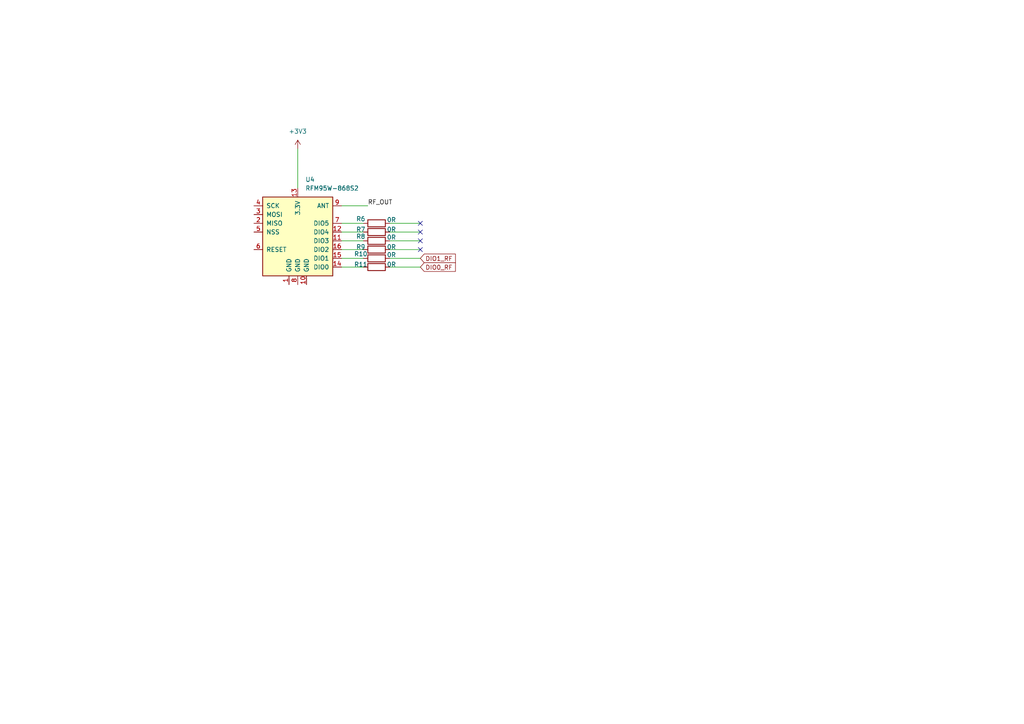
<source format=kicad_sch>
(kicad_sch
	(version 20231120)
	(generator "eeschema")
	(generator_version "8.0")
	(uuid "48d6b3b3-c810-477d-a59b-f2d2d36c2d05")
	(paper "A4")
	(lib_symbols
		(symbol "Device:R"
			(pin_numbers hide)
			(pin_names
				(offset 0)
			)
			(exclude_from_sim no)
			(in_bom yes)
			(on_board yes)
			(property "Reference" "R"
				(at 2.032 0 90)
				(effects
					(font
						(size 1.27 1.27)
					)
				)
			)
			(property "Value" "R"
				(at 0 0 90)
				(effects
					(font
						(size 1.27 1.27)
					)
				)
			)
			(property "Footprint" ""
				(at -1.778 0 90)
				(effects
					(font
						(size 1.27 1.27)
					)
					(hide yes)
				)
			)
			(property "Datasheet" "~"
				(at 0 0 0)
				(effects
					(font
						(size 1.27 1.27)
					)
					(hide yes)
				)
			)
			(property "Description" "Resistor"
				(at 0 0 0)
				(effects
					(font
						(size 1.27 1.27)
					)
					(hide yes)
				)
			)
			(property "ki_keywords" "R res resistor"
				(at 0 0 0)
				(effects
					(font
						(size 1.27 1.27)
					)
					(hide yes)
				)
			)
			(property "ki_fp_filters" "R_*"
				(at 0 0 0)
				(effects
					(font
						(size 1.27 1.27)
					)
					(hide yes)
				)
			)
			(symbol "R_0_1"
				(rectangle
					(start -1.016 -2.54)
					(end 1.016 2.54)
					(stroke
						(width 0.254)
						(type default)
					)
					(fill
						(type none)
					)
				)
			)
			(symbol "R_1_1"
				(pin passive line
					(at 0 3.81 270)
					(length 1.27)
					(name "~"
						(effects
							(font
								(size 1.27 1.27)
							)
						)
					)
					(number "1"
						(effects
							(font
								(size 1.27 1.27)
							)
						)
					)
				)
				(pin passive line
					(at 0 -3.81 90)
					(length 1.27)
					(name "~"
						(effects
							(font
								(size 1.27 1.27)
							)
						)
					)
					(number "2"
						(effects
							(font
								(size 1.27 1.27)
							)
						)
					)
				)
			)
		)
		(symbol "RF_Module:RFM95W-868S2"
			(pin_names
				(offset 1.016)
			)
			(exclude_from_sim no)
			(in_bom yes)
			(on_board yes)
			(property "Reference" "U"
				(at -10.414 11.684 0)
				(effects
					(font
						(size 1.27 1.27)
					)
					(justify left)
				)
			)
			(property "Value" "RFM95W-868S2"
				(at 1.524 11.43 0)
				(effects
					(font
						(size 1.27 1.27)
					)
					(justify left)
				)
			)
			(property "Footprint" ""
				(at -83.82 41.91 0)
				(effects
					(font
						(size 1.27 1.27)
					)
					(hide yes)
				)
			)
			(property "Datasheet" "https://www.hoperf.com/data/upload/portal/20181127/5bfcbea20e9ef.pdf"
				(at -83.82 41.91 0)
				(effects
					(font
						(size 1.27 1.27)
					)
					(hide yes)
				)
			)
			(property "Description" "Low power long range transceiver module, SPI and parallel interface, 868 MHz, spreading factor 6 to12, bandwidth 7.8 to 500kHz, -111 to -148 dBm, SMD-16, DIP-16"
				(at 0 0 0)
				(effects
					(font
						(size 1.27 1.27)
					)
					(hide yes)
				)
			)
			(property "ki_keywords" "Low power long range transceiver module"
				(at 0 0 0)
				(effects
					(font
						(size 1.27 1.27)
					)
					(hide yes)
				)
			)
			(property "ki_fp_filters" "HOPERF*RFM9XW*"
				(at 0 0 0)
				(effects
					(font
						(size 1.27 1.27)
					)
					(hide yes)
				)
			)
			(symbol "RFM95W-868S2_0_1"
				(rectangle
					(start -10.16 10.16)
					(end 10.16 -12.7)
					(stroke
						(width 0.254)
						(type default)
					)
					(fill
						(type background)
					)
				)
			)
			(symbol "RFM95W-868S2_1_1"
				(pin power_in line
					(at -2.54 -15.24 90)
					(length 2.54)
					(name "GND"
						(effects
							(font
								(size 1.27 1.27)
							)
						)
					)
					(number "1"
						(effects
							(font
								(size 1.27 1.27)
							)
						)
					)
				)
				(pin power_in line
					(at 2.54 -15.24 90)
					(length 2.54)
					(name "GND"
						(effects
							(font
								(size 1.27 1.27)
							)
						)
					)
					(number "10"
						(effects
							(font
								(size 1.27 1.27)
							)
						)
					)
				)
				(pin bidirectional line
					(at 12.7 -2.54 180)
					(length 2.54)
					(name "DIO3"
						(effects
							(font
								(size 1.27 1.27)
							)
						)
					)
					(number "11"
						(effects
							(font
								(size 1.27 1.27)
							)
						)
					)
				)
				(pin bidirectional line
					(at 12.7 0 180)
					(length 2.54)
					(name "DIO4"
						(effects
							(font
								(size 1.27 1.27)
							)
						)
					)
					(number "12"
						(effects
							(font
								(size 1.27 1.27)
							)
						)
					)
				)
				(pin power_in line
					(at 0 12.7 270)
					(length 2.54)
					(name "3.3V"
						(effects
							(font
								(size 1.27 1.27)
							)
						)
					)
					(number "13"
						(effects
							(font
								(size 1.27 1.27)
							)
						)
					)
				)
				(pin bidirectional line
					(at 12.7 -10.16 180)
					(length 2.54)
					(name "DIO0"
						(effects
							(font
								(size 1.27 1.27)
							)
						)
					)
					(number "14"
						(effects
							(font
								(size 1.27 1.27)
							)
						)
					)
				)
				(pin bidirectional line
					(at 12.7 -7.62 180)
					(length 2.54)
					(name "DIO1"
						(effects
							(font
								(size 1.27 1.27)
							)
						)
					)
					(number "15"
						(effects
							(font
								(size 1.27 1.27)
							)
						)
					)
				)
				(pin bidirectional line
					(at 12.7 -5.08 180)
					(length 2.54)
					(name "DIO2"
						(effects
							(font
								(size 1.27 1.27)
							)
						)
					)
					(number "16"
						(effects
							(font
								(size 1.27 1.27)
							)
						)
					)
				)
				(pin output line
					(at -12.7 2.54 0)
					(length 2.54)
					(name "MISO"
						(effects
							(font
								(size 1.27 1.27)
							)
						)
					)
					(number "2"
						(effects
							(font
								(size 1.27 1.27)
							)
						)
					)
				)
				(pin input line
					(at -12.7 5.08 0)
					(length 2.54)
					(name "MOSI"
						(effects
							(font
								(size 1.27 1.27)
							)
						)
					)
					(number "3"
						(effects
							(font
								(size 1.27 1.27)
							)
						)
					)
				)
				(pin input line
					(at -12.7 7.62 0)
					(length 2.54)
					(name "SCK"
						(effects
							(font
								(size 1.27 1.27)
							)
						)
					)
					(number "4"
						(effects
							(font
								(size 1.27 1.27)
							)
						)
					)
				)
				(pin input line
					(at -12.7 0 0)
					(length 2.54)
					(name "NSS"
						(effects
							(font
								(size 1.27 1.27)
							)
						)
					)
					(number "5"
						(effects
							(font
								(size 1.27 1.27)
							)
						)
					)
				)
				(pin bidirectional line
					(at -12.7 -5.08 0)
					(length 2.54)
					(name "RESET"
						(effects
							(font
								(size 1.27 1.27)
							)
						)
					)
					(number "6"
						(effects
							(font
								(size 1.27 1.27)
							)
						)
					)
				)
				(pin bidirectional line
					(at 12.7 2.54 180)
					(length 2.54)
					(name "DIO5"
						(effects
							(font
								(size 1.27 1.27)
							)
						)
					)
					(number "7"
						(effects
							(font
								(size 1.27 1.27)
							)
						)
					)
				)
				(pin power_in line
					(at 0 -15.24 90)
					(length 2.54)
					(name "GND"
						(effects
							(font
								(size 1.27 1.27)
							)
						)
					)
					(number "8"
						(effects
							(font
								(size 1.27 1.27)
							)
						)
					)
				)
				(pin bidirectional line
					(at 12.7 7.62 180)
					(length 2.54)
					(name "ANT"
						(effects
							(font
								(size 1.27 1.27)
							)
						)
					)
					(number "9"
						(effects
							(font
								(size 1.27 1.27)
							)
						)
					)
				)
			)
		)
		(symbol "power:+3V3"
			(power)
			(pin_numbers hide)
			(pin_names
				(offset 0) hide)
			(exclude_from_sim no)
			(in_bom yes)
			(on_board yes)
			(property "Reference" "#PWR"
				(at 0 -3.81 0)
				(effects
					(font
						(size 1.27 1.27)
					)
					(hide yes)
				)
			)
			(property "Value" "+3V3"
				(at 0 3.556 0)
				(effects
					(font
						(size 1.27 1.27)
					)
				)
			)
			(property "Footprint" ""
				(at 0 0 0)
				(effects
					(font
						(size 1.27 1.27)
					)
					(hide yes)
				)
			)
			(property "Datasheet" ""
				(at 0 0 0)
				(effects
					(font
						(size 1.27 1.27)
					)
					(hide yes)
				)
			)
			(property "Description" "Power symbol creates a global label with name \"+3V3\""
				(at 0 0 0)
				(effects
					(font
						(size 1.27 1.27)
					)
					(hide yes)
				)
			)
			(property "ki_keywords" "global power"
				(at 0 0 0)
				(effects
					(font
						(size 1.27 1.27)
					)
					(hide yes)
				)
			)
			(symbol "+3V3_0_1"
				(polyline
					(pts
						(xy -0.762 1.27) (xy 0 2.54)
					)
					(stroke
						(width 0)
						(type default)
					)
					(fill
						(type none)
					)
				)
				(polyline
					(pts
						(xy 0 0) (xy 0 2.54)
					)
					(stroke
						(width 0)
						(type default)
					)
					(fill
						(type none)
					)
				)
				(polyline
					(pts
						(xy 0 2.54) (xy 0.762 1.27)
					)
					(stroke
						(width 0)
						(type default)
					)
					(fill
						(type none)
					)
				)
			)
			(symbol "+3V3_1_1"
				(pin power_in line
					(at 0 0 90)
					(length 0)
					(name "~"
						(effects
							(font
								(size 1.27 1.27)
							)
						)
					)
					(number "1"
						(effects
							(font
								(size 1.27 1.27)
							)
						)
					)
				)
			)
		)
	)
	(no_connect
		(at 121.92 72.39)
		(uuid "2c1e99da-d910-4a33-b0c4-0ab60c7e6b45")
	)
	(no_connect
		(at 121.92 69.85)
		(uuid "84d95f71-47a3-4648-89e9-e8536e92ad78")
	)
	(no_connect
		(at 121.92 64.77)
		(uuid "d2e1a631-6890-4b8d-95ec-9c02feb03170")
	)
	(no_connect
		(at 121.92 67.31)
		(uuid "d935309f-b3af-43b0-bbe8-3f3ca13f331f")
	)
	(wire
		(pts
			(xy 86.36 43.18) (xy 86.36 54.61)
		)
		(stroke
			(width 0)
			(type default)
		)
		(uuid "068a09ed-b7e3-4595-8462-56a00fbc8fba")
	)
	(wire
		(pts
			(xy 105.41 69.85) (xy 99.06 69.85)
		)
		(stroke
			(width 0)
			(type default)
		)
		(uuid "0831661e-033b-4ab3-b8fb-b7e5b5b56a06")
	)
	(wire
		(pts
			(xy 113.03 74.93) (xy 121.92 74.93)
		)
		(stroke
			(width 0)
			(type default)
		)
		(uuid "222c5b7c-fbbb-4b99-9086-3869c3444e92")
	)
	(wire
		(pts
			(xy 113.03 67.31) (xy 121.92 67.31)
		)
		(stroke
			(width 0)
			(type default)
		)
		(uuid "31b7fdbe-bb86-466a-a6a1-6049dfc391a5")
	)
	(wire
		(pts
			(xy 113.03 72.39) (xy 121.92 72.39)
		)
		(stroke
			(width 0)
			(type default)
		)
		(uuid "3693d13a-8e43-4ef8-bee7-348748ce5ece")
	)
	(wire
		(pts
			(xy 113.03 69.85) (xy 121.92 69.85)
		)
		(stroke
			(width 0)
			(type default)
		)
		(uuid "38a563ea-2e27-4484-8a8b-3ce642f9a9fb")
	)
	(wire
		(pts
			(xy 113.03 64.77) (xy 121.92 64.77)
		)
		(stroke
			(width 0)
			(type default)
		)
		(uuid "50dd52fb-d348-4061-a61c-b46935e3fade")
	)
	(wire
		(pts
			(xy 105.41 64.77) (xy 99.06 64.77)
		)
		(stroke
			(width 0)
			(type default)
		)
		(uuid "514e34bb-7349-4cfe-95cc-1e95fae39a78")
	)
	(wire
		(pts
			(xy 105.41 72.39) (xy 99.06 72.39)
		)
		(stroke
			(width 0)
			(type default)
		)
		(uuid "516adcdd-7452-4d06-bdfc-3e7f2e3412d0")
	)
	(wire
		(pts
			(xy 105.41 77.47) (xy 99.06 77.47)
		)
		(stroke
			(width 0)
			(type default)
		)
		(uuid "54f566f4-c508-40ee-8676-de3b4946d9f6")
	)
	(wire
		(pts
			(xy 105.41 74.93) (xy 99.06 74.93)
		)
		(stroke
			(width 0)
			(type default)
		)
		(uuid "a35e2b5b-f4fe-4389-923c-af54ec848496")
	)
	(wire
		(pts
			(xy 113.03 77.47) (xy 121.92 77.47)
		)
		(stroke
			(width 0)
			(type default)
		)
		(uuid "a50585f4-10b5-4eb9-81f1-698d6a35dd4a")
	)
	(wire
		(pts
			(xy 105.41 67.31) (xy 99.06 67.31)
		)
		(stroke
			(width 0)
			(type default)
		)
		(uuid "cdb079c3-1626-4eea-80fa-af08a90149bb")
	)
	(wire
		(pts
			(xy 99.06 59.69) (xy 106.68 59.69)
		)
		(stroke
			(width 0)
			(type default)
		)
		(uuid "eaafc233-7a10-44cb-b506-b91a06d4ae8b")
	)
	(label "RF_OUT"
		(at 106.68 59.69 0)
		(fields_autoplaced yes)
		(effects
			(font
				(size 1.27 1.27)
			)
			(justify left bottom)
		)
		(uuid "2ec4e661-ecb8-41eb-9816-34951a476470")
	)
	(global_label "DIO0_RF"
		(shape input)
		(at 121.92 77.47 0)
		(fields_autoplaced yes)
		(effects
			(font
				(size 1.27 1.27)
			)
			(justify left)
		)
		(uuid "2c245c36-cb39-49bd-9445-ae92b18095bd")
		(property "Intersheetrefs" "${INTERSHEET_REFS}"
			(at 132.6462 77.47 0)
			(effects
				(font
					(size 1.27 1.27)
				)
				(justify left)
				(hide yes)
			)
		)
	)
	(global_label "DIO1_RF"
		(shape input)
		(at 121.92 74.93 0)
		(fields_autoplaced yes)
		(effects
			(font
				(size 1.27 1.27)
			)
			(justify left)
		)
		(uuid "4125b14a-fe0a-4d98-9958-c9aa3d3462fe")
		(property "Intersheetrefs" "${INTERSHEET_REFS}"
			(at 132.6462 74.93 0)
			(effects
				(font
					(size 1.27 1.27)
				)
				(justify left)
				(hide yes)
			)
		)
	)
	(symbol
		(lib_id "RF_Module:RFM95W-868S2")
		(at 86.36 67.31 0)
		(unit 1)
		(exclude_from_sim no)
		(in_bom yes)
		(on_board yes)
		(dnp no)
		(fields_autoplaced yes)
		(uuid "1c5ceb84-3f0d-4a40-bd28-86852ad6bfb7")
		(property "Reference" "U4"
			(at 88.5541 52.07 0)
			(effects
				(font
					(size 1.27 1.27)
				)
				(justify left)
			)
		)
		(property "Value" "RFM95W-868S2"
			(at 88.5541 54.61 0)
			(effects
				(font
					(size 1.27 1.27)
				)
				(justify left)
			)
		)
		(property "Footprint" ""
			(at 2.54 25.4 0)
			(effects
				(font
					(size 1.27 1.27)
				)
				(hide yes)
			)
		)
		(property "Datasheet" "https://www.hoperf.com/data/upload/portal/20181127/5bfcbea20e9ef.pdf"
			(at 2.54 25.4 0)
			(effects
				(font
					(size 1.27 1.27)
				)
				(hide yes)
			)
		)
		(property "Description" "Low power long range transceiver module, SPI and parallel interface, 868 MHz, spreading factor 6 to12, bandwidth 7.8 to 500kHz, -111 to -148 dBm, SMD-16, DIP-16"
			(at 86.36 67.31 0)
			(effects
				(font
					(size 1.27 1.27)
				)
				(hide yes)
			)
		)
		(pin "7"
			(uuid "557daa2f-69bd-4a75-8ff7-c69bee9dc2c7")
		)
		(pin "14"
			(uuid "b0789c70-993f-4aa1-b75e-4641de4050eb")
		)
		(pin "11"
			(uuid "9cea4a79-d6f5-472d-bfa7-6029b01abaec")
		)
		(pin "10"
			(uuid "c3ea7206-cca0-4da2-b738-2bf5d026cdc3")
		)
		(pin "13"
			(uuid "ec7dbc18-70ab-4983-8c63-935b40daa566")
		)
		(pin "12"
			(uuid "08c64fbb-2ec7-48eb-8ef4-2f522715d1e5")
		)
		(pin "8"
			(uuid "49ec2799-6c12-4f33-9c30-f538754fd6ed")
		)
		(pin "3"
			(uuid "c7f0954f-b9a6-47b1-bd7f-b21c67f965b9")
		)
		(pin "9"
			(uuid "08d6d64e-f80d-4eb6-b220-bd0dc21ad605")
		)
		(pin "5"
			(uuid "8e1bf156-20ff-4cd1-ba7e-1d16bb569394")
		)
		(pin "1"
			(uuid "6800c33f-904a-46f7-89a0-11ce78792b1f")
		)
		(pin "15"
			(uuid "43c02463-9fb1-4ca4-b745-9319142045bd")
		)
		(pin "6"
			(uuid "9e5b9ff1-1515-4a2f-b522-705285262188")
		)
		(pin "4"
			(uuid "c77cd9b8-cf3f-4983-9880-432941ce8247")
		)
		(pin "16"
			(uuid "4ddf67fb-c037-4669-8b06-187c9ca6aa84")
		)
		(pin "2"
			(uuid "d0a21815-3c51-442a-9ed1-631371673ad2")
		)
		(instances
			(project "MiniSirius"
				(path "/4137a731-24ac-45e8-8cce-367c821ee72b/9730e8cb-b1d1-4261-bd8d-8f694082d983"
					(reference "U4")
					(unit 1)
				)
			)
		)
	)
	(symbol
		(lib_id "Device:R")
		(at 109.22 72.39 90)
		(unit 1)
		(exclude_from_sim no)
		(in_bom yes)
		(on_board yes)
		(dnp no)
		(uuid "2f12bf6e-f306-4ee7-a70a-5a6ff0b60a0e")
		(property "Reference" "R9"
			(at 104.648 71.628 90)
			(effects
				(font
					(size 1.27 1.27)
				)
			)
		)
		(property "Value" "0R"
			(at 113.538 71.628 90)
			(effects
				(font
					(size 1.27 1.27)
				)
			)
		)
		(property "Footprint" ""
			(at 109.22 74.168 90)
			(effects
				(font
					(size 1.27 1.27)
				)
				(hide yes)
			)
		)
		(property "Datasheet" "~"
			(at 109.22 72.39 0)
			(effects
				(font
					(size 1.27 1.27)
				)
				(hide yes)
			)
		)
		(property "Description" "Resistor"
			(at 109.22 72.39 0)
			(effects
				(font
					(size 1.27 1.27)
				)
				(hide yes)
			)
		)
		(pin "1"
			(uuid "c51281d8-a6ee-4b49-bd6a-f1c7aa6e23d5")
		)
		(pin "2"
			(uuid "441d50ac-bed1-4f46-9adc-1e473a409616")
		)
		(instances
			(project "MiniSirius"
				(path "/4137a731-24ac-45e8-8cce-367c821ee72b/9730e8cb-b1d1-4261-bd8d-8f694082d983"
					(reference "R9")
					(unit 1)
				)
			)
		)
	)
	(symbol
		(lib_id "Device:R")
		(at 109.22 74.93 90)
		(unit 1)
		(exclude_from_sim no)
		(in_bom yes)
		(on_board yes)
		(dnp no)
		(uuid "46544176-f1c3-4199-9008-c57c8c678e0e")
		(property "Reference" "R10"
			(at 104.648 73.66 90)
			(effects
				(font
					(size 1.27 1.27)
				)
			)
		)
		(property "Value" "0R"
			(at 113.538 73.914 90)
			(effects
				(font
					(size 1.27 1.27)
				)
			)
		)
		(property "Footprint" ""
			(at 109.22 76.708 90)
			(effects
				(font
					(size 1.27 1.27)
				)
				(hide yes)
			)
		)
		(property "Datasheet" "~"
			(at 109.22 74.93 0)
			(effects
				(font
					(size 1.27 1.27)
				)
				(hide yes)
			)
		)
		(property "Description" "Resistor"
			(at 109.22 74.93 0)
			(effects
				(font
					(size 1.27 1.27)
				)
				(hide yes)
			)
		)
		(pin "1"
			(uuid "a9b79826-e0cd-4d53-94de-c4a6cb70c0a9")
		)
		(pin "2"
			(uuid "24f4a143-4dd8-48f3-a5e4-b87f46202658")
		)
		(instances
			(project "MiniSirius"
				(path "/4137a731-24ac-45e8-8cce-367c821ee72b/9730e8cb-b1d1-4261-bd8d-8f694082d983"
					(reference "R10")
					(unit 1)
				)
			)
		)
	)
	(symbol
		(lib_id "power:+3V3")
		(at 86.36 43.18 0)
		(unit 1)
		(exclude_from_sim no)
		(in_bom yes)
		(on_board yes)
		(dnp no)
		(fields_autoplaced yes)
		(uuid "5c4416b2-0150-4ef4-a8a9-b78c7ab69ed7")
		(property "Reference" "#PWR029"
			(at 86.36 46.99 0)
			(effects
				(font
					(size 1.27 1.27)
				)
				(hide yes)
			)
		)
		(property "Value" "+3V3"
			(at 86.36 38.1 0)
			(effects
				(font
					(size 1.27 1.27)
				)
			)
		)
		(property "Footprint" ""
			(at 86.36 43.18 0)
			(effects
				(font
					(size 1.27 1.27)
				)
				(hide yes)
			)
		)
		(property "Datasheet" ""
			(at 86.36 43.18 0)
			(effects
				(font
					(size 1.27 1.27)
				)
				(hide yes)
			)
		)
		(property "Description" "Power symbol creates a global label with name \"+3V3\""
			(at 86.36 43.18 0)
			(effects
				(font
					(size 1.27 1.27)
				)
				(hide yes)
			)
		)
		(pin "1"
			(uuid "3292506d-9b96-404d-8dc0-55f011b94804")
		)
		(instances
			(project "MiniSirius"
				(path "/4137a731-24ac-45e8-8cce-367c821ee72b/9730e8cb-b1d1-4261-bd8d-8f694082d983"
					(reference "#PWR029")
					(unit 1)
				)
			)
		)
	)
	(symbol
		(lib_id "Device:R")
		(at 109.22 67.31 90)
		(unit 1)
		(exclude_from_sim no)
		(in_bom yes)
		(on_board yes)
		(dnp no)
		(uuid "82185f40-9d75-44e2-af38-c148f24f6a9f")
		(property "Reference" "R7"
			(at 104.648 66.548 90)
			(effects
				(font
					(size 1.27 1.27)
				)
			)
		)
		(property "Value" "0R"
			(at 113.538 66.548 90)
			(effects
				(font
					(size 1.27 1.27)
				)
			)
		)
		(property "Footprint" ""
			(at 109.22 69.088 90)
			(effects
				(font
					(size 1.27 1.27)
				)
				(hide yes)
			)
		)
		(property "Datasheet" "~"
			(at 109.22 67.31 0)
			(effects
				(font
					(size 1.27 1.27)
				)
				(hide yes)
			)
		)
		(property "Description" "Resistor"
			(at 109.22 67.31 0)
			(effects
				(font
					(size 1.27 1.27)
				)
				(hide yes)
			)
		)
		(pin "1"
			(uuid "3fc544fe-1c7a-4e01-8efb-f5ca54741eae")
		)
		(pin "2"
			(uuid "c6cc6319-1750-427c-b128-d634a9dc0c2a")
		)
		(instances
			(project "MiniSirius"
				(path "/4137a731-24ac-45e8-8cce-367c821ee72b/9730e8cb-b1d1-4261-bd8d-8f694082d983"
					(reference "R7")
					(unit 1)
				)
			)
		)
	)
	(symbol
		(lib_id "Device:R")
		(at 109.22 77.47 90)
		(unit 1)
		(exclude_from_sim no)
		(in_bom yes)
		(on_board yes)
		(dnp no)
		(uuid "ccfb9271-b819-4691-863c-6e2c759f8d19")
		(property "Reference" "R11"
			(at 104.648 76.708 90)
			(effects
				(font
					(size 1.27 1.27)
				)
			)
		)
		(property "Value" "0R"
			(at 113.538 76.708 90)
			(effects
				(font
					(size 1.27 1.27)
				)
			)
		)
		(property "Footprint" ""
			(at 109.22 79.248 90)
			(effects
				(font
					(size 1.27 1.27)
				)
				(hide yes)
			)
		)
		(property "Datasheet" "~"
			(at 109.22 77.47 0)
			(effects
				(font
					(size 1.27 1.27)
				)
				(hide yes)
			)
		)
		(property "Description" "Resistor"
			(at 109.22 77.47 0)
			(effects
				(font
					(size 1.27 1.27)
				)
				(hide yes)
			)
		)
		(pin "1"
			(uuid "e3ebb0fb-0e13-45d4-a60f-a231abefce60")
		)
		(pin "2"
			(uuid "38e15149-7547-4b1b-89d7-754fbbc4c6f0")
		)
		(instances
			(project "MiniSirius"
				(path "/4137a731-24ac-45e8-8cce-367c821ee72b/9730e8cb-b1d1-4261-bd8d-8f694082d983"
					(reference "R11")
					(unit 1)
				)
			)
		)
	)
	(symbol
		(lib_id "Device:R")
		(at 109.22 69.85 90)
		(unit 1)
		(exclude_from_sim no)
		(in_bom yes)
		(on_board yes)
		(dnp no)
		(uuid "e5f9e8c1-8804-40c1-9ce3-2ca36bee1c1e")
		(property "Reference" "R8"
			(at 104.648 68.58 90)
			(effects
				(font
					(size 1.27 1.27)
				)
			)
		)
		(property "Value" "0R"
			(at 113.538 68.834 90)
			(effects
				(font
					(size 1.27 1.27)
				)
			)
		)
		(property "Footprint" ""
			(at 109.22 71.628 90)
			(effects
				(font
					(size 1.27 1.27)
				)
				(hide yes)
			)
		)
		(property "Datasheet" "~"
			(at 109.22 69.85 0)
			(effects
				(font
					(size 1.27 1.27)
				)
				(hide yes)
			)
		)
		(property "Description" "Resistor"
			(at 109.22 69.85 0)
			(effects
				(font
					(size 1.27 1.27)
				)
				(hide yes)
			)
		)
		(pin "1"
			(uuid "7cc2635c-f473-42f1-b8a8-45297cdbd843")
		)
		(pin "2"
			(uuid "2e945e81-76a1-415a-8175-07381288c084")
		)
		(instances
			(project "MiniSirius"
				(path "/4137a731-24ac-45e8-8cce-367c821ee72b/9730e8cb-b1d1-4261-bd8d-8f694082d983"
					(reference "R8")
					(unit 1)
				)
			)
		)
	)
	(symbol
		(lib_id "Device:R")
		(at 109.22 64.77 90)
		(unit 1)
		(exclude_from_sim no)
		(in_bom yes)
		(on_board yes)
		(dnp no)
		(uuid "f8534124-a78d-472e-84f3-2891d908e546")
		(property "Reference" "R6"
			(at 104.648 63.5 90)
			(effects
				(font
					(size 1.27 1.27)
				)
			)
		)
		(property "Value" "0R"
			(at 113.538 63.754 90)
			(effects
				(font
					(size 1.27 1.27)
				)
			)
		)
		(property "Footprint" ""
			(at 109.22 66.548 90)
			(effects
				(font
					(size 1.27 1.27)
				)
				(hide yes)
			)
		)
		(property "Datasheet" "~"
			(at 109.22 64.77 0)
			(effects
				(font
					(size 1.27 1.27)
				)
				(hide yes)
			)
		)
		(property "Description" "Resistor"
			(at 109.22 64.77 0)
			(effects
				(font
					(size 1.27 1.27)
				)
				(hide yes)
			)
		)
		(pin "1"
			(uuid "5aa7d56f-c234-469c-8320-e55e303a6e70")
		)
		(pin "2"
			(uuid "da3f34a5-1bc9-4628-9311-2dab3da3c682")
		)
		(instances
			(project "MiniSirius"
				(path "/4137a731-24ac-45e8-8cce-367c821ee72b/9730e8cb-b1d1-4261-bd8d-8f694082d983"
					(reference "R6")
					(unit 1)
				)
			)
		)
	)
)
</source>
